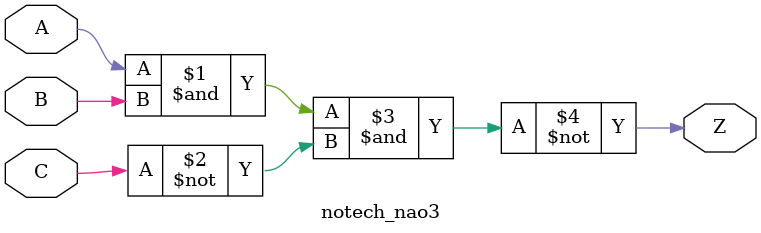
<source format=v>
module notech_nao3 (A,B,C,Z);
input A,B,C;
output Z;
assign Z=~(A&B&~C);
endmodule

</source>
